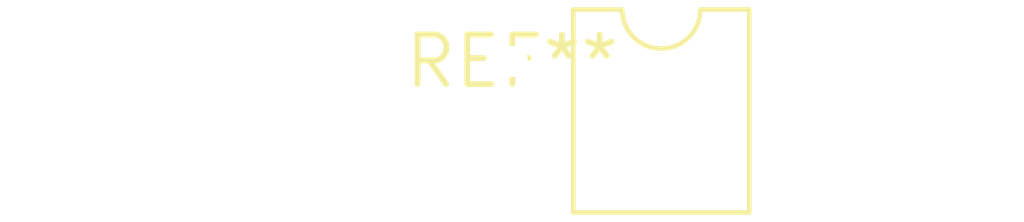
<source format=kicad_pcb>
(kicad_pcb (version 20240108) (generator pcbnew)
  (layers (0 "F.Cu" signal) (31 "B.Cu" signal) (34 "B.Paste" user) (35 "F.Paste" user) (36 "B.SilkS" user "B.Silkscreen") (37 "F.SilkS" user "F.Silkscreen") (38 "B.Mask" user) (39 "F.Mask" user) (44 "Edge.Cuts" user))
  (net 0 "")
  (footprint "DIP-4_W7.62mm_LongPads" (layer "F.Cu") (at 0 0)
    (property "Reference" "REF**")
    (property "Value" "DIP-4_W7.62mm_LongPads")
    (fp_line (start 1.56 -1.33) (end 1.56 3.87) (layer "F.SilkS") (stroke (width 0.12)))
    (fp_line (start 1.56 3.87) (end 6.06 3.87) (layer "F.SilkS") (stroke (width 0.12)))
    (fp_line (start 2.81 -1.33) (end 1.56 -1.33) (layer "F.SilkS") (stroke (width 0.12)))
    (fp_line (start 6.06 -1.33) (end 4.81 -1.33) (layer "F.SilkS") (stroke (width 0.12)))
    (fp_line (start 6.06 3.87) (end 6.06 -1.33) (layer "F.SilkS") (stroke (width 0.12)))
    (fp_arc (start 4.81 -1.33) (mid 3.81 -0.33) (end 2.81 -1.33) (layer "F.SilkS") (stroke (width 0.12)))
    (pad "1" thru_hole rect (at 0 0) (size 2.4 1.6) (drill 0.8) (layers *.Cu *.Mask) (remove_unused_layers))
    (pad "2" thru_hole oval (at 0 2.54) (size 2.4 1.6) (drill 0.8) (layers *.Cu *.Mask) (remove_unused_layers))
    (pad "3" thru_hole oval (at 7.62 2.54) (size 2.4 1.6) (drill 0.8) (layers *.Cu *.Mask) (remove_unused_layers))
    (pad "4" thru_hole oval (at 7.62 0) (size 2.4 1.6) (drill 0.8) (layers *.Cu *.Mask) (remove_unused_layers))
  )
)
</source>
